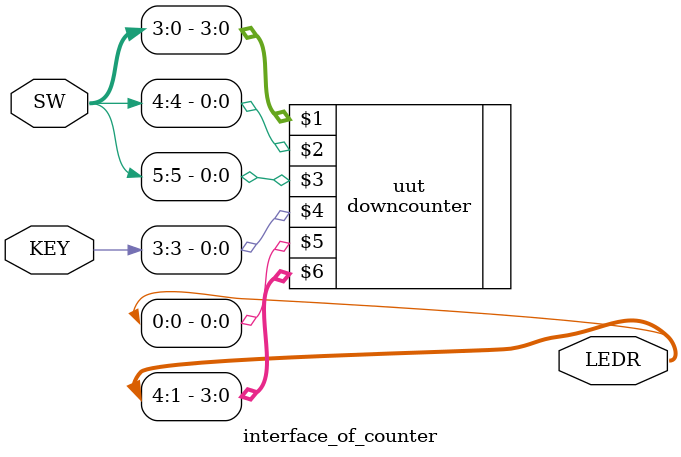
<source format=v>
module interface_of_counter(KEY,SW,LEDR);

input [3:0]KEY;
input [5:0]SW;
output [4:0]LEDR;

 downcounter uut(SW[3:0],SW[4],SW[5],KEY[3],LEDR[0],LEDR[4:1]);
 //downcounter(data,dec,load,clk,zero,out);
 endmodule
</source>
